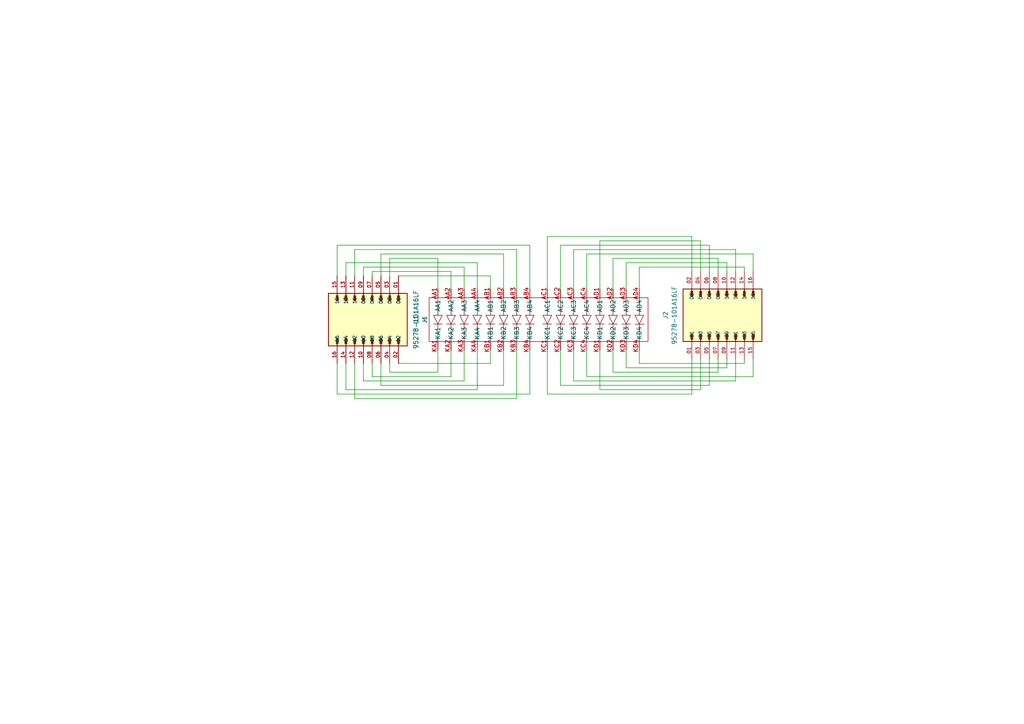
<source format=kicad_sch>
(kicad_sch (version 20250114) (generator "eeschema") (generator_version "9.0")
  (paper "A4")
  (lib_symbols
    (symbol "95278-101A16LF:95278-101A16LF" (pin_names (offset 1.016))
      (property "Reference" "J" (at -8.12 12.7 0))
      (property "Value" "95278-101A16LF" (at -7.62 -12.7 0))
      (symbol "95278-101A16LF_0_0"
        (polyline (pts (xy -7.62 10.16) (xy -5.715 10.16)) (stroke (width 0.254)))
        (polyline (pts (xy -7.62 7.62) (xy -5.715 7.62)) (stroke (width 0.254)))
        (polyline (pts (xy -7.62 5.08) (xy -5.715 5.08)) (stroke (width 0.254)))
        (polyline (pts (xy -7.62 2.54) (xy -5.715 2.54)) (stroke (width 0.254)))
        (polyline (pts (xy -7.62 0) (xy -5.715 0)) (stroke (width 0.254)))
        (polyline (pts (xy -7.62 -2.54) (xy -5.715 -2.54)) (stroke (width 0.254)))
        (polyline (pts (xy -7.62 -5.08) (xy -5.715 -5.08)) (stroke (width 0.254)))
        (polyline (pts (xy -7.62 -7.62) (xy -5.715 -7.62)) (stroke (width 0.254)))
        (rectangle (start -7.62 -10.16) (end 7.62 12.7) (stroke (width 0.254)) (fill (type background)))
        (rectangle (start -6.985 9.8425) (end -5.3975 10.4775) (stroke (width 0.1)) (fill (type outline)))
        (rectangle (start -6.985 7.3025) (end -5.3975 7.9375) (stroke (width 0.1)) (fill (type outline)))
        (rectangle (start -6.985 4.7625) (end -5.3975 5.3975) (stroke (width 0.1)) (fill (type outline)))
        (rectangle (start -6.985 2.2225) (end -5.3975 2.8575) (stroke (width 0.1)) (fill (type outline)))
        (rectangle (start -6.985 -0.3175) (end -5.3975 0.3175) (stroke (width 0.1)) (fill (type outline)))
        (rectangle (start -6.985 -2.8575) (end -5.3975 -2.2225) (stroke (width 0.1)) (fill (type outline)))
        (rectangle (start -6.985 -5.3975) (end -5.3975 -4.7625) (stroke (width 0.1)) (fill (type outline)))
        (rectangle (start -6.985 -7.9375) (end -5.3975 -7.3025) (stroke (width 0.1)) (fill (type outline)))
        (rectangle (start 5.3975 9.8425) (end 6.985 10.4775) (stroke (width 0.1)) (fill (type outline)))
        (rectangle (start 5.3975 7.3025) (end 6.985 7.9375) (stroke (width 0.1)) (fill (type outline)))
        (rectangle (start 5.3975 4.7625) (end 6.985 5.3975) (stroke (width 0.1)) (fill (type outline)))
        (rectangle (start 5.3975 2.2225) (end 6.985 2.8575) (stroke (width 0.1)) (fill (type outline)))
        (rectangle (start 5.3975 -0.3175) (end 6.985 0.3175) (stroke (width 0.1)) (fill (type outline)))
        (rectangle (start 5.3975 -2.8575) (end 6.985 -2.2225) (stroke (width 0.1)) (fill (type outline)))
        (rectangle (start 5.3975 -5.3975) (end 6.985 -4.7625) (stroke (width 0.1)) (fill (type outline)))
        (rectangle (start 5.3975 -7.9375) (end 6.985 -7.3025) (stroke (width 0.1)) (fill (type outline)))
        (polyline (pts (xy 7.62 10.16) (xy 5.715 10.16)) (stroke (width 0.254)))
        (polyline (pts (xy 7.62 7.62) (xy 5.715 7.62)) (stroke (width 0.254)))
        (polyline (pts (xy 7.62 5.08) (xy 5.715 5.08)) (stroke (width 0.254)))
        (polyline (pts (xy 7.62 2.54) (xy 5.715 2.54)) (stroke (width 0.254)))
        (polyline (pts (xy 7.62 0) (xy 5.715 0)) (stroke (width 0.254)))
        (polyline (pts (xy 7.62 -2.54) (xy 5.715 -2.54)) (stroke (width 0.254)))
        (polyline (pts (xy 7.62 -5.08) (xy 5.715 -5.08)) (stroke (width 0.254)))
        (polyline (pts (xy 7.62 -7.62) (xy 5.715 -7.62)) (stroke (width 0.254)))
        (pin passive line (at -12.7 10.16 0) (length 5.08) (name "01") (number "01"))
        (pin passive line (at -12.7 7.62 0) (length 5.08) (name "03") (number "03"))
        (pin passive line (at -12.7 5.08 0) (length 5.08) (name "05") (number "05"))
        (pin passive line (at -12.7 2.54 0) (length 5.08) (name "07") (number "07"))
        (pin passive line (at -12.7 0 0) (length 5.08) (name "09") (number "09"))
        (pin passive line (at -12.7 -2.54 0) (length 5.08) (name "11") (number "11"))
        (pin passive line (at -12.7 -5.08 0) (length 5.08) (name "13") (number "13"))
        (pin passive line (at -12.7 -7.62 0) (length 5.08) (name "15") (number "15"))
        (pin passive line (at 12.7 10.16 180) (length 5.08) (name "02") (number "02"))
        (pin passive line (at 12.7 7.62 180) (length 5.08) (name "04") (number "04"))
        (pin passive line (at 12.7 5.08 180) (length 5.08) (name "06") (number "06"))
        (pin passive line (at 12.7 2.54 180) (length 5.08) (name "08") (number "08"))
        (pin passive line (at 12.7 0 180) (length 5.08) (name "10") (number "10"))
        (pin passive line (at 12.7 -2.54 180) (length 5.08) (name "12") (number "12"))
        (pin passive line (at 12.7 -5.08 180) (length 5.08) (name "14") (number "14"))
        (pin passive line (at 12.7 -7.62 180) (length 5.08) (name "16") (number "16"))
      )
    )
    (symbol "S13775-9121:mini-tile"
      (property "Reference" "U" (at 0 0 0))
      (symbol "mini-tile_0_1"
        (rectangle (start -6.35 31.75) (end 6.35 -31.75))
        (polyline (pts (xy -6.35 29.21) (xy -1.27 29.21)))
        (polyline (pts (xy -6.35 25.4) (xy -1.27 25.4)))
        (polyline (pts (xy -6.35 21.59) (xy -1.27 21.59)))
        (polyline (pts (xy -6.35 17.78) (xy -1.27 17.78)))
        (polyline (pts (xy -6.35 13.97) (xy -1.27 13.97)))
        (polyline (pts (xy -6.35 10.16) (xy -1.27 10.16)))
        (polyline (pts (xy -6.35 6.35) (xy -1.27 6.35)))
        (polyline (pts (xy -6.35 2.54) (xy -1.27 2.54)))
        (polyline (pts (xy -6.35 -2.54) (xy -1.27 -2.54)))
        (polyline (pts (xy -6.35 -6.35) (xy -1.27 -6.35)))
        (polyline (pts (xy -6.35 -10.16) (xy -1.27 -10.16)))
        (polyline (pts (xy -6.35 -13.97) (xy -1.27 -13.97)))
        (polyline (pts (xy -6.35 -17.78) (xy -1.27 -17.78)))
        (polyline (pts (xy -6.35 -21.59) (xy -1.27 -21.59)))
        (polyline (pts (xy -6.35 -25.4) (xy -1.27 -25.4)))
        (polyline (pts (xy -6.35 -29.21) (xy -1.27 -29.21)))
        (polyline (pts (xy -1.3238 -28.0605) (xy -1.3238 -30.6005)))
        (polyline (pts (xy -1.27 30.48) (xy -1.27 27.94)))
        (polyline (pts (xy -1.27 26.67) (xy -1.27 24.13)))
        (polyline (pts (xy -1.27 22.86) (xy -1.27 20.32)))
        (polyline (pts (xy -1.27 19.05) (xy -1.27 16.51)))
        (polyline (pts (xy -1.27 15.24) (xy -1.27 12.7)))
        (polyline (pts (xy -1.27 11.43) (xy -1.27 8.89)))
        (polyline (pts (xy -1.27 7.62) (xy -1.27 5.08)))
        (polyline (pts (xy -1.27 3.81) (xy -1.27 1.27)))
        (polyline (pts (xy -1.27 -1.27) (xy -1.27 -3.81)))
        (polyline (pts (xy -1.27 -5.08) (xy -1.27 -7.62)))
        (polyline (pts (xy -1.27 -8.89) (xy -1.27 -11.43)))
        (polyline (pts (xy -1.27 -12.7) (xy -1.27 -15.24)))
        (polyline (pts (xy -1.27 -16.51) (xy -1.27 -19.05)))
        (polyline (pts (xy -1.27 -20.32) (xy -1.27 -22.86)))
        (polyline (pts (xy -1.27 -24.13) (xy -1.27 -26.67)))
        (polyline (pts (xy 1.27 30.48) (xy 1.27 27.94) (xy -1.27 29.21) (xy 1.27 30.48)))
        (polyline (pts (xy 1.27 29.21) (xy 6.35 29.21)))
        (polyline (pts (xy 1.27 26.67) (xy 1.27 24.13) (xy -1.27 25.4) (xy 1.27 26.67)))
        (polyline (pts (xy 1.27 25.4) (xy 6.35 25.4)))
        (polyline (pts (xy 1.27 22.86) (xy 1.27 20.32) (xy -1.27 21.59) (xy 1.27 22.86)))
        (polyline (pts (xy 1.27 21.59) (xy 6.35 21.59)))
        (polyline (pts (xy 1.27 19.05) (xy 1.27 16.51) (xy -1.27 17.78) (xy 1.27 19.05)))
        (polyline (pts (xy 1.27 17.78) (xy 6.35 17.78)))
        (polyline (pts (xy 1.27 15.24) (xy 1.27 12.7) (xy -1.27 13.97) (xy 1.27 15.24)))
        (polyline (pts (xy 1.27 13.97) (xy 6.35 13.97)))
        (polyline (pts (xy 1.27 11.43) (xy 1.27 8.89) (xy -1.27 10.16) (xy 1.27 11.43)))
        (polyline (pts (xy 1.27 10.16) (xy 6.35 10.16)))
        (polyline (pts (xy 1.27 7.62) (xy 1.27 5.08) (xy -1.27 6.35) (xy 1.27 7.62)))
        (polyline (pts (xy 1.27 6.35) (xy 6.35 6.35)))
        (polyline (pts (xy 1.27 3.81) (xy 1.27 1.27) (xy -1.27 2.54) (xy 1.27 3.81)))
        (polyline (pts (xy 1.27 2.54) (xy 6.35 2.54)))
        (polyline (pts (xy 1.27 -1.27) (xy 1.27 -3.81) (xy -1.27 -2.54) (xy 1.27 -1.27)))
        (polyline (pts (xy 1.27 -2.54) (xy 6.35 -2.54)))
        (polyline (pts (xy 1.27 -5.08) (xy 1.27 -7.62) (xy -1.27 -6.35) (xy 1.27 -5.08)))
        (polyline (pts (xy 1.27 -6.35) (xy 6.35 -6.35)))
        (polyline (pts (xy 1.27 -8.89) (xy 1.27 -11.43) (xy -1.27 -10.16) (xy 1.27 -8.89)))
        (polyline (pts (xy 1.27 -10.16) (xy 6.35 -10.16)))
        (polyline (pts (xy 1.27 -12.7) (xy 1.27 -15.24) (xy -1.27 -13.97) (xy 1.27 -12.7)))
        (polyline (pts (xy 1.27 -13.97) (xy 6.35 -13.97)))
        (polyline (pts (xy 1.27 -16.51) (xy 1.27 -19.05) (xy -1.27 -17.78) (xy 1.27 -16.51)))
        (polyline (pts (xy 1.27 -17.78) (xy 6.35 -17.78)))
        (polyline (pts (xy 1.27 -20.32) (xy 1.27 -22.86) (xy -1.27 -21.59) (xy 1.27 -20.32)))
        (polyline (pts (xy 1.27 -21.59) (xy 6.35 -21.59)))
        (polyline (pts (xy 1.27 -24.13) (xy 1.27 -26.67) (xy -1.27 -25.4) (xy 1.27 -24.13)))
        (polyline (pts (xy 1.27 -25.4) (xy 6.35 -25.4)))
        (polyline (pts (xy 1.27 -27.94) (xy 1.27 -30.48) (xy -1.27 -29.21) (xy 1.27 -27.94)))
        (polyline (pts (xy 1.27 -29.21) (xy 6.35 -29.21)))
      )
      (symbol "mini-tile_1_1"
        (pin input line (at -8.89 29.21 0) (length 2.54) (name "KA1") (number "KA1"))
        (pin input line (at -8.89 25.4 0) (length 2.54) (name "KA2") (number "KA2"))
        (pin input line (at -8.89 21.59 0) (length 2.54) (name "KA3") (number "KA3"))
        (pin input line (at -8.89 17.78 0) (length 2.54) (name "KA4") (number "KA4"))
        (pin input line (at -8.89 13.97 0) (length 2.54) (name "KB1") (number "KB1"))
        (pin input line (at -8.89 10.16 0) (length 2.54) (name "KB2") (number "KB2"))
        (pin input line (at -8.89 6.35 0) (length 2.54) (name "KB3") (number "KB3"))
        (pin input line (at -8.89 2.54 0) (length 2.54) (name "KB4") (number "KB4"))
        (pin input line (at -8.89 -2.54 0) (length 2.54) (name "KC1") (number "KC1"))
        (pin input line (at -8.89 -6.35 0) (length 2.54) (name "KC2") (number "KC2"))
        (pin input line (at -8.89 -10.16 0) (length 2.54) (name "KC3") (number "KC3"))
        (pin input line (at -8.89 -13.97 0) (length 2.54) (name "KC4") (number "KC4"))
        (pin input line (at -8.89 -17.78 0) (length 2.54) (name "KD1") (number "KD1"))
        (pin input line (at -8.89 -21.59 0) (length 2.54) (name "KD2") (number "KD2"))
        (pin input line (at -8.89 -25.4 0) (length 2.54) (name "KD3") (number "KD3"))
        (pin input line (at -8.89 -29.21 0) (length 2.54) (name "KD4") (number "KD4"))
        (pin output line (at 8.89 29.21 180) (length 2.54) (name "AA1") (number "AA1"))
        (pin output line (at 8.89 25.4 180) (length 2.54) (name "AA2") (number "AA2"))
        (pin output line (at 8.89 21.59 180) (length 2.54) (name "AA3") (number "AA3"))
        (pin output line (at 8.89 17.78 180) (length 2.54) (name "AA4") (number "AA4"))
        (pin output line (at 8.89 13.97 180) (length 2.54) (name "AB1") (number "AB1"))
        (pin output line (at 8.89 10.16 180) (length 2.54) (name "AB2") (number "AB2"))
        (pin output line (at 8.89 6.35 180) (length 2.54) (name "AB3") (number "AB3"))
        (pin output line (at 8.89 2.54 180) (length 2.54) (name "AB4") (number "AB4"))
        (pin output line (at 8.89 -2.54 180) (length 2.54) (name "AC1") (number "AC1"))
        (pin output line (at 8.89 -6.35 180) (length 2.54) (name "AC2") (number "AC2"))
        (pin output line (at 8.89 -10.16 180) (length 2.54) (name "AC3") (number "AC3"))
        (pin output line (at 8.89 -13.97 180) (length 2.54) (name "AC4") (number "AC4"))
        (pin output line (at 8.89 -17.78 180) (length 2.54) (name "AD1") (number "AD1"))
        (pin output line (at 8.89 -21.59 180) (length 2.54) (name "AD2") (number "AD2"))
        (pin output line (at 8.89 -25.4 180) (length 2.54) (name "AD3") (number "AD3"))
        (pin output line (at 8.89 -29.21 180) (length 2.54) (name "AD4") (number "AD4"))
      )
    )
  )
  (wire (pts (xy 134.62 110.49) (xy 105.41 110.49)))
  (wire (pts (xy 146.05 73.66) (xy 110.49 73.66)))
  (wire (pts (xy 138.43 101.6) (xy 138.43 113.03)))
  (wire (pts (xy 200.66 114.3) (xy 200.66 104.14)))
  (wire (pts (xy 138.43 113.03) (xy 100.33 113.03)))
  (wire (pts (xy 142.24 105.41) (xy 115.57 105.41)))
  (wire (pts (xy 107.95 78.74) (xy 107.95 80.01)))
  (wire (pts (xy 170.18 109.22) (xy 218.44 109.22)))
  (wire (pts (xy 146.05 83.82) (xy 146.05 73.66)))
  (wire (pts (xy 102.87 72.39) (xy 149.86 72.39)))
  (wire (pts (xy 173.99 69.85) (xy 173.99 83.82)))
  (wire (pts (xy 218.44 73.66) (xy 218.44 78.74)))
  (wire (pts (xy 138.43 83.82) (xy 138.43 76.2)))
  (wire (pts (xy 158.75 101.6) (xy 158.75 114.3)))
  (wire (pts (xy 105.41 105.41) (xy 105.41 110.49)))
  (wire (pts (xy 127 74.93) (xy 113.03 74.93)))
  (wire (pts (xy 170.18 73.66) (xy 218.44 73.66)))
  (wire (pts (xy 127 74.93) (xy 127 83.82)))
  (wire (pts (xy 162.56 71.12) (xy 205.74 71.12)))
  (wire (pts (xy 158.75 68.58) (xy 158.75 83.82)))
  (wire (pts (xy 142.24 80.01) (xy 115.57 80.01)))
  (wire (pts (xy 200.66 78.74) (xy 200.66 68.58)))
  (wire (pts (xy 134.62 77.47) (xy 105.41 77.47)))
  (wire (pts (xy 107.95 109.22) (xy 130.81 109.22)))
  (wire (pts (xy 134.62 77.47) (xy 134.62 83.82)))
  (wire (pts (xy 173.99 101.6) (xy 173.99 113.03)))
  (wire (pts (xy 100.33 105.41) (xy 100.33 113.03)))
  (wire (pts (xy 208.28 107.95) (xy 177.8 107.95)))
  (wire (pts (xy 215.9 105.41) (xy 215.9 104.14)))
  (wire (pts (xy 149.86 115.57) (xy 102.87 115.57)))
  (wire (pts (xy 205.74 111.76) (xy 205.74 104.14)))
  (wire (pts (xy 166.37 72.39) (xy 213.36 72.39)))
  (wire (pts (xy 102.87 105.41) (xy 102.87 115.57)))
  (wire (pts (xy 170.18 83.82) (xy 170.18 73.66)))
  (wire (pts (xy 200.66 68.58) (xy 158.75 68.58)))
  (wire (pts (xy 210.82 106.68) (xy 210.82 104.14)))
  (wire (pts (xy 134.62 101.6) (xy 134.62 110.49)))
  (wire (pts (xy 166.37 110.49) (xy 166.37 101.6)))
  (wire (pts (xy 203.2 104.14) (xy 203.2 113.03)))
  (wire (pts (xy 203.2 69.85) (xy 203.2 78.74)))
  (wire (pts (xy 153.67 83.82) (xy 153.67 71.12)))
  (wire (pts (xy 127 107.95) (xy 113.03 107.95)))
  (wire (pts (xy 130.81 78.74) (xy 107.95 78.74)))
  (wire (pts (xy 102.87 80.01) (xy 102.87 72.39)))
  (wire (pts (xy 177.8 74.93) (xy 177.8 83.82)))
  (wire (pts (xy 130.81 101.6) (xy 130.81 109.22)))
  (wire (pts (xy 215.9 77.47) (xy 215.9 78.74)))
  (wire (pts (xy 97.79 71.12) (xy 97.79 80.01)))
  (wire (pts (xy 173.99 69.85) (xy 203.2 69.85)))
  (wire (pts (xy 110.49 73.66) (xy 110.49 80.01)))
  (wire (pts (xy 142.24 83.82) (xy 142.24 80.01)))
  (wire (pts (xy 127 101.6) (xy 127 107.95)))
  (wire (pts (xy 203.2 113.03) (xy 173.99 113.03)))
  (wire (pts (xy 210.82 78.74) (xy 210.82 76.2)))
  (wire (pts (xy 149.86 101.6) (xy 149.86 115.57)))
  (wire (pts (xy 149.86 72.39) (xy 149.86 83.82)))
  (wire (pts (xy 142.24 101.6) (xy 142.24 105.41)))
  (wire (pts (xy 181.61 101.6) (xy 181.61 106.68)))
  (wire (pts (xy 146.05 111.76) (xy 146.05 101.6)))
  (wire (pts (xy 100.33 76.2) (xy 100.33 80.01)))
  (wire (pts (xy 166.37 110.49) (xy 213.36 110.49)))
  (wire (pts (xy 177.8 74.93) (xy 208.28 74.93)))
  (wire (pts (xy 210.82 76.2) (xy 181.61 76.2)))
  (wire (pts (xy 218.44 109.22) (xy 218.44 104.14)))
  (wire (pts (xy 105.41 77.47) (xy 105.41 80.01)))
  (wire (pts (xy 213.36 104.14) (xy 213.36 110.49)))
  (wire (pts (xy 110.49 105.41) (xy 110.49 111.76)))
  (wire (pts (xy 185.42 77.47) (xy 185.42 83.82)))
  (wire (pts (xy 107.95 105.41) (xy 107.95 109.22)))
  (wire (pts (xy 185.42 101.6) (xy 185.42 105.41)))
  (wire (pts (xy 153.67 71.12) (xy 97.79 71.12)))
  (wire (pts (xy 205.74 78.74) (xy 205.74 71.12)))
  (wire (pts (xy 158.75 114.3) (xy 200.66 114.3)))
  (wire (pts (xy 170.18 101.6) (xy 170.18 109.22)))
  (wire (pts (xy 162.56 83.82) (xy 162.56 71.12)))
  (wire (pts (xy 166.37 72.39) (xy 166.37 83.82)))
  (wire (pts (xy 185.42 77.47) (xy 215.9 77.47)))
  (wire (pts (xy 130.81 83.82) (xy 130.81 78.74)))
  (wire (pts (xy 113.03 105.41) (xy 113.03 107.95)))
  (wire (pts (xy 181.61 106.68) (xy 210.82 106.68)))
  (wire (pts (xy 97.79 114.3) (xy 153.67 114.3)))
  (wire (pts (xy 208.28 74.93) (xy 208.28 78.74)))
  (wire (pts (xy 97.79 105.41) (xy 97.79 114.3)))
  (wire (pts (xy 181.61 76.2) (xy 181.61 83.82)))
  (wire (pts (xy 213.36 72.39) (xy 213.36 78.74)))
  (wire (pts (xy 185.42 105.41) (xy 215.9 105.41)))
  (wire (pts (xy 177.8 101.6) (xy 177.8 107.95)))
  (wire (pts (xy 146.05 111.76) (xy 110.49 111.76)))
  (wire (pts (xy 138.43 76.2) (xy 100.33 76.2)))
  (wire (pts (xy 153.67 114.3) (xy 153.67 101.6)))
  (wire (pts (xy 208.28 104.14) (xy 208.28 107.95)))
  (wire (pts (xy 162.56 101.6) (xy 162.56 111.76)))
  (wire (pts (xy 162.56 111.76) (xy 205.74 111.76)))
  (wire (pts (xy 113.03 74.93) (xy 113.03 80.01)))
  (symbol (lib_id "S13775-9121:mini-tile") (at 156.21 92.71 90) (unit 1)
    (property "Reference" "U1" (at 120.65 92.71 0))
    (property "Value" "~" (at 123.19 92.71 0))
    (property "Footprint" "S13775-9121:mini-tile" (effects (hide yes)))
    (property "Datasheet" "kicad-embed://S13775-9121-datasheet.pdf" (effects (hide yes)))
  )
  (symbol (lib_id "95278-101A16LF:95278-101A16LF") (at 210.82 91.44 90) (unit 1)
    (property "Reference" "J2" (at 193.04 91.44 0))
    (property "Value" "95278-101A16LF" (at 195.58 91.44 0))
    (property "Footprint" "95278_101A16LF:AMPHENOL_95278-101A16LF" (effects (hide yes)))
    (property "PARTREV" "AH" (effects (hide yes)))
    (property "STANDARD" "Manufacturer Recommendations" (effects (hide yes)))
    (property "MAXIMUM_PACKAGE_HEIGHT" "9.7mm" (effects (hide yes)))
    (property "MANUFACTURER" "Amphenol" (effects (hide yes)))
  )
  (symbol (lib_id "95278-101A16LF:95278-101A16LF") (at 105.41 92.71 270) (unit 1)
    (property "Reference" "J1" (at 123.19 92.71 0))
    (property "Value" "95278-101A16LF" (at 120.65 92.71 0))
    (property "Footprint" "95278_101A16LF:AMPHENOL_95278-101A16LF" (effects (hide yes)))
    (property "PARTREV" "AH" (effects (hide yes)))
    (property "STANDARD" "Manufacturer Recommendations" (effects (hide yes)))
    (property "MAXIMUM_PACKAGE_HEIGHT" "9.7mm" (effects (hide yes)))
    (property "MANUFACTURER" "Amphenol" (effects (hide yes)))
  )
)
</source>
